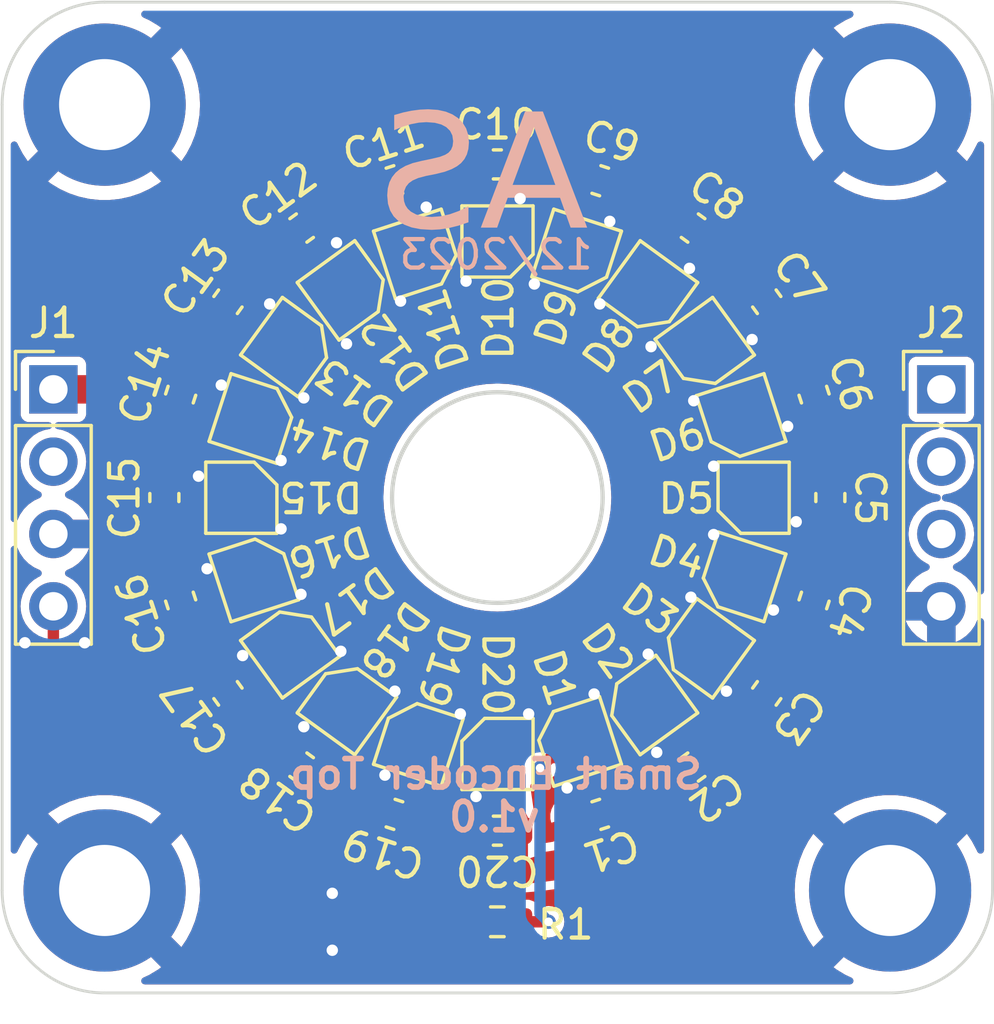
<source format=kicad_pcb>
(kicad_pcb (version 20221018) (generator pcbnew)
  (layers (0 "F.Cu" signal) (31 "B.Cu" signal) (34 "B.Paste" user) (35 "F.Paste" user) (36 "B.SilkS" user "B.Silkscreen") (37 "F.SilkS" user "F.Silkscreen") (38 "B.Mask" user) (39 "F.Mask" user) (44 "Edge.Cuts" user))
  (net 0 "")
  (net 1 "GND")
  (net 2 "ENCODER_BTN")
  (net 3 "ENCODER_A")
  (net 4 "ENCODER_B")
  (net 5 "Net-(D1-DIN)")
  (net 6 "Net-(D1-DOUT)")
  (net 7 "Net-(D3-DOUT)")
  (net 8 "Net-(D4-DOUT)")
  (net 9 "Net-(D5-DOUT)")
  (net 10 "Net-(D6-DOUT)")
  (net 11 "Net-(D7-DOUT)")
  (net 12 "Net-(D8-DOUT)")
  (net 13 "Net-(D10-DIN)")
  (net 14 "Net-(D10-DOUT)")
  (net 15 "Net-(D11-DOUT)")
  (net 16 "IO3")
  (net 17 "Net-(D12-DOUT)")
  (net 18 "Net-(D13-DOUT)")
  (net 19 "+3V3")
  (net 20 "+5V")
  (net 21 "Net-(D14-DOUT)")
  (net 22 "Net-(D15-DOUT)")
  (net 23 "Net-(D16-DOUT)")
  (net 24 "Net-(D17-DOUT)")
  (net 25 "Net-(D18-DOUT)")
  (net 26 "Net-(D19-DOUT)")
  (net 28 "Net-(D2-DOUT)")
  (footprint "Capacitor_SMD:C_0603_1608Metric" (layer "F.Cu") (at 189.999999 74.3)
    (fp_text reference "C10" (at -0.0189 -1.4 180) (layer "F.SilkS"))
    (fp_text value "10V/100nF/X7R")
    (pad "1" smd roundrect (at -0.775 0) (size 0.9 0.95) (layers "F.Cu" "F.Paste" "F.Mask") (net 20 "+5V"))
    (pad "2" smd roundrect (at 0.775 0) (size 0.9 0.95) (layers "F.Cu" "F.Paste" "F.Mask") (net 1 "GND"))
  )
  (footprint "Capacitor_SMD:C_0603_1608Metric" (layer "F.Cu") (at 180.5345 92.877088 126)
    (fp_text reference "C17" (at 0.001093 -1.401525 126 unlocked) (layer "F.SilkS"))
    (fp_text value "10V/100nF/X7R")
    (pad "1" smd roundrect (at -0.775 0 126) (size 0.9 0.95) (layers "F.Cu" "F.Paste" "F.Mask") (net 20 "+5V"))
    (pad "2" smd roundrect (at 0.775 0 126) (size 0.9 0.95) (layers "F.Cu" "F.Paste" "F.Mask") (net 1 "GND"))
  )
  (footprint "Capacitor_SMD:C_0603_1608Metric" (layer "F.Cu") (at 180.5345 79.12291 54)
    (fp_text reference "C13" (at -0.001094 -1.401524 234) (layer "F.SilkS"))
    (fp_text value "10V/100nF/X7R")
    (pad "1" smd roundrect (at -0.775 0 54) (size 0.9 0.95) (layers "F.Cu" "F.Paste" "F.Mask") (net 20 "+5V"))
    (pad "2" smd roundrect (at 0.775 0 54) (size 0.9 0.95) (layers "F.Cu" "F.Paste" "F.Mask") (net 1 "GND"))
  )
  (footprint "SmartEncoder:SK6805-EC15" (layer "F.Cu") (at 187.223272 77.446577 -162)
    (fp_text reference "D11" (at -0.013865 -2.794479 108 unlocked) (layer "F.SilkS"))
    (fp_text value "SK6805")
    (pad "1" smd rect (at -0.45 0.45 198) (size 0.6 0.6) (layers "F.Cu" "F.Paste" "F.Mask") (net 14 "Net-(D10-DOUT)"))
    (pad "2" smd rect (at 0.45 0.45 198) (size 0.6 0.6) (layers "F.Cu" "F.Paste" "F.Mask") (net 20 "+5V"))
    (pad "3" smd rect (at 0.45 -0.45 198) (size 0.6 0.6) (layers "F.Cu" "F.Paste" "F.Mask") (net 15 "Net-(D11-DOUT)"))
    (pad "4" smd rect (at -0.45 -0.45 198) (size 0.6 0.6) (layers "F.Cu" "F.Paste" "F.Mask") (net 1 "GND"))
  )
  (footprint "Capacitor_SMD:C_0603_1608Metric" (layer "F.Cu") (at 193.615499 74.872639 -18)
    (fp_text reference "C9" (at -0.058487 -1.424275 162) (layer "F.SilkS"))
    (fp_text value "10V/100nF/X7R")
    (pad "1" smd roundrect (at -0.775 0 342) (size 0.9 0.95) (layers "F.Cu" "F.Paste" "F.Mask") (net 20 "+5V"))
    (pad "2" smd roundrect (at 0.775 0 342) (size 0.9 0.95) (layers "F.Cu" "F.Paste" "F.Mask") (net 1 "GND"))
  )
  (footprint "SmartEncoder:SK6805-EC15" (layer "F.Cu") (at 197.285577 91.296153 54)
    (fp_text reference "D3" (at -0.036969 -2.363776 144) (layer "F.SilkS"))
    (fp_text value "SK6805")
    (pad "1" smd rect (at -0.45 0.45 54) (size 0.6 0.6) (layers "F.Cu" "F.Paste" "F.Mask") (net 28 "Net-(D2-DOUT)"))
    (pad "2" smd rect (at 0.45 0.45 54) (size 0.6 0.6) (layers "F.Cu" "F.Paste" "F.Mask") (net 20 "+5V"))
    (pad "3" smd rect (at 0.45 -0.45 54) (size 0.6 0.6) (layers "F.Cu" "F.Paste" "F.Mask") (net 7 "Net-(D3-DOUT)"))
    (pad "4" smd rect (at -0.45 -0.45 54) (size 0.6 0.6) (layers "F.Cu" "F.Paste" "F.Mask") (net 1 "GND"))
  )
  (footprint "Resistor_SMD:R_0603_1608Metric" (layer "F.Cu") (at 190 100.9)
    (fp_text reference "R1" (at 2.4 0.1) (layer "F.SilkS"))
    (fp_text value "330R")
    (pad "1" smd roundrect (at -0.825 0) (size 0.8 0.95) (layers "F.Cu" "F.Paste" "F.Mask") (net 16 "IO3"))
    (pad "2" smd roundrect (at 0.825 0) (size 0.8 0.95) (layers "F.Cu" "F.Paste" "F.Mask") (net 5 "Net-(D1-DIN)"))
  )
  (footprint "Capacitor_SMD:C_0603_1608Metric" (layer "F.Cu") (at 199.465498 92.877087 -126)
    (fp_text reference "C3" (at -0.001093 -1.401528 -126 unlocked) (layer "F.SilkS"))
    (fp_text value "10V/100nF/X7R")
    (pad "1" smd roundrect (at -0.775 0 234) (size 0.9 0.95) (layers "F.Cu" "F.Paste" "F.Mask") (net 20 "+5V"))
    (pad "2" smd roundrect (at 0.775 0 234) (size 0.9 0.95) (layers "F.Cu" "F.Paste" "F.Mask") (net 1 "GND"))
  )
  (footprint "Capacitor_SMD:C_0603_1608Metric" (layer "F.Cu") (at 199.465499 79.122913 -54)
    (fp_text reference "C7" (at 0.001092 -1.401527 -54) (layer "F.SilkS"))
    (fp_text value "10V/100nF/X7R")
    (pad "1" smd roundrect (at -0.775 0 306) (size 0.9 0.95) (layers "F.Cu" "F.Paste" "F.Mask") (net 20 "+5V"))
    (pad "2" smd roundrect (at 0.775 0 306) (size 0.9 0.95) (layers "F.Cu" "F.Paste" "F.Mask") (net 1 "GND"))
  )
  (footprint "SmartEncoder:SK6805-EC15" (layer "F.Cu") (at 181.444916 83.224933 -108)
    (fp_text reference "D14" (at 0.011772 -2.795546 162 unlocked) (layer "F.SilkS"))
    (fp_text value "SK6805")
    (pad "1" smd rect (at -0.45 0.45 252) (size 0.6 0.6) (layers "F.Cu" "F.Paste" "F.Mask") (net 18 "Net-(D13-DOUT)"))
    (pad "2" smd rect (at 0.45 0.45 252) (size 0.6 0.6) (layers "F.Cu" "F.Paste" "F.Mask") (net 20 "+5V"))
    (pad "3" smd rect (at 0.45 -0.45 252) (size 0.6 0.6) (layers "F.Cu" "F.Paste" "F.Mask") (net 21 "Net-(D14-DOUT)"))
    (pad "4" smd rect (at -0.45 -0.45 252) (size 0.6 0.6) (layers "F.Cu" "F.Paste" "F.Mask") (net 1 "GND"))
  )
  (footprint "SmartEncoder:SK6805-EC15" (layer "F.Cu") (at 187.223272 94.565595 -18)
    (fp_text reference "D19" (at 0.010104 -2.806055 -108 unlocked) (layer "F.SilkS"))
    (fp_text value "SK6805")
    (pad "1" smd rect (at -0.45 0.45 342) (size 0.6 0.6) (layers "F.Cu" "F.Paste" "F.Mask") (net 25 "Net-(D18-DOUT)"))
    (pad "2" smd rect (at 0.45 0.45 342) (size 0.6 0.6) (layers "F.Cu" "F.Paste" "F.Mask") (net 20 "+5V"))
    (pad "3" smd rect (at 0.45 -0.45 342) (size 0.6 0.6) (layers "F.Cu" "F.Paste" "F.Mask") (net 26 "Net-(D19-DOUT)"))
    (pad "4" smd rect (at -0.45 -0.45 342) (size 0.6 0.6) (layers "F.Cu" "F.Paste" "F.Mask") (net 1 "GND"))
  )
  (footprint "Connector_PinHeader_2.54mm:PinHeader_1x04_P2.54mm_Vertical" (layer "F.Cu") (at 205.6 82.2)
    (fp_text reference "J2" (at 0 -2.33) (layer "F.SilkS"))
    (fp_text value "DNP")
    (pad "1" thru_hole rect (at 0 0) (size 1.7 1.7) (drill 1) (layers "*.Cu" "*.Mask") (net 2 "ENCODER_BTN"))
    (pad "2" thru_hole oval (at 0 2.54) (size 1.7 1.7) (drill 1) (layers "*.Cu" "*.Mask") (net 3 "ENCODER_A"))
    (pad "3" thru_hole oval (at 0 5.08) (size 1.7 1.7) (drill 1) (layers "*.Cu" "*.Mask") (net 4 "ENCODER_B"))
    (pad "4" thru_hole oval (at 0 7.62) (size 1.7 1.7) (drill 1) (layers "*.Cu" "*.Mask") (net 1 "GND"))
  )
  (footprint "Capacitor_SMD:C_0603_1608Metric" (layer "F.Cu") (at 196.877087 95.4655 -144)
    (fp_text reference "C2" (at -0.057687 -1.320624 -144 unlocked) (layer "F.SilkS"))
    (fp_text value "10V/100nF/X7R")
    (pad "1" smd roundrect (at -0.775 0 216) (size 0.9 0.95) (layers "F.Cu" "F.Paste" "F.Mask") (net 20 "+5V"))
    (pad "2" smd roundrect (at 0.775 0 216) (size 0.9 0.95) (layers "F.Cu" "F.Paste" "F.Mask") (net 1 "GND"))
  )
  (footprint "Capacitor_SMD:C_0603_1608Metric" (layer "F.Cu") (at 178.3 86.000002 90)
    (fp_text reference "C15" (at -0.0189 -1.4 90) (layer "F.SilkS"))
    (fp_text value "10V/100nF/X7R")
    (pad "1" smd roundrect (at -0.775 0 90) (size 0.9 0.95) (layers "F.Cu" "F.Paste" "F.Mask") (net 20 "+5V"))
    (pad "2" smd roundrect (at 0.775 0 90) (size 0.9 0.95) (layers "F.Cu" "F.Paste" "F.Mask") (net 1 "GND"))
  )
  (footprint "SmartEncoder:SK6805-EC15" (layer "F.Cu") (at 192.785578 94.565594 18)
    (fp_text reference "D1" (at -0.036968 -2.363776 108) (layer "F.SilkS"))
    (fp_text value "SK6805")
    (pad "1" smd rect (at -0.45 0.45 18) (size 0.6 0.6) (layers "F.Cu" "F.Paste" "F.Mask") (net 5 "Net-(D1-DIN)"))
    (pad "2" smd rect (at 0.45 0.45 18) (size 0.6 0.6) (layers "F.Cu" "F.Paste" "F.Mask") (net 20 "+5V"))
    (pad "3" smd rect (at 0.45 -0.45 18) (size 0.6 0.6) (layers "F.Cu" "F.Paste" "F.Mask") (net 6 "Net-(D1-DOUT)"))
    (pad "4" smd rect (at -0.45 -0.45 18) (size 0.6 0.6) (layers "F.Cu" "F.Paste" "F.Mask") (net 1 "GND"))
  )
  (footprint "MountingHole:MountingHole_3.2mm_M3_ISO7380_Pad" (layer "F.Cu") (at 203.8 72.2)
    (fp_text reference "H2" hide)
    (fp_text value "DNP")
    (pad "1" thru_hole circle (at 0 0) (size 5.7 5.7) (drill 3.2) (layers "*.Cu" "*.Mask") (net 1 "GND"))
  )
  (footprint "Capacitor_SMD:C_0603_1608Metric" (layer "F.Cu") (at 190.000001 97.7 180)
    (fp_text reference "C20" (at 0.000001 -1.4 180 unlocked) (layer "F.SilkS"))
    (fp_text value "10V/100nF/X7R")
    (pad "1" smd roundrect (at -0.775 0 180) (size 0.9 0.95) (layers "F.Cu" "F.Paste" "F.Mask") (net 20 "+5V"))
    (pad "2" smd roundrect (at 0.775 0 180) (size 0.9 0.95) (layers "F.Cu" "F.Paste" "F.Mask") (net 1 "GND"))
  )
  (footprint "Capacitor_SMD:C_0603_1608Metric" (layer "F.Cu") (at 186.384502 97.127361 162)
    (fp_text reference "C19" (at -0.058486 -1.424275 162 unlocked) (layer "F.SilkS"))
    (fp_text value "10V/100nF/X7R")
    (pad "1" smd roundrect (at -0.775 0 162) (size 0.9 0.95) (layers "F.Cu" "F.Paste" "F.Mask") (net 20 "+5V"))
    (pad "2" smd roundrect (at 0.775 0 162) (size 0.9 0.95) (layers "F.Cu" "F.Paste" "F.Mask") (net 1 "GND"))
  )
  (footprint "SmartEncoder:SK6805-EC15" (layer "F.Cu") (at 199.004425 86.006085 90)
    (fp_text reference "D5" (at -0.036968 -2.363777) (layer "F.SilkS"))
    (fp_text value "SK6805")
    (pad "1" smd rect (at -0.45 0.45 90) (size 0.6 0.6) (layers "F.Cu" "F.Paste" "F.Mask") (net 8 "Net-(D4-DOUT)"))
    (pad "2" smd rect (at 0.45 0.45 90) (size 0.6 0.6) (layers "F.Cu" "F.Paste" "F.Mask") (net 20 "+5V"))
    (pad "3" smd rect (at 0.45 -0.45 90) (size 0.6 0.6) (layers "F.Cu" "F.Paste" "F.Mask") (net 9 "Net-(D5-DOUT)"))
    (pad "4" smd rect (at -0.45 -0.45 90) (size 0.6 0.6) (layers "F.Cu" "F.Paste" "F.Mask") (net 1 "GND"))
  )
  (footprint "SmartEncoder:SK6805-EC15" (layer "F.Cu") (at 181.444915 88.787239 -72)
    (fp_text reference "D16" (at -0.023348 -2.799308 -162 unlocked) (layer "F.SilkS"))
    (fp_text value "SK6805")
    (pad "1" smd rect (at -0.45 0.45 288) (size 0.6 0.6) (layers "F.Cu" "F.Paste" "F.Mask") (net 22 "Net-(D15-DOUT)"))
    (pad "2" smd rect (at 0.45 0.45 288) (size 0.6 0.6) (layers "F.Cu" "F.Paste" "F.Mask") (net 20 "+5V"))
    (pad "3" smd rect (at 0.45 -0.45 288) (size 0.6 0.6) (layers "F.Cu" "F.Paste" "F.Mask") (net 23 "Net-(D16-DOUT)"))
    (pad "4" smd rect (at -0.45 -0.45 288) (size 0.6 0.6) (layers "F.Cu" "F.Paste" "F.Mask") (net 1 "GND"))
  )
  (footprint "Capacitor_SMD:C_0603_1608Metric" (layer "F.Cu") (at 193.615499 97.127362 -162)
    (fp_text reference "C1" (at 0.027585 -1.329168 -162 unlocked) (layer "F.SilkS"))
    (fp_text value "10V/100nF/X7R")
    (pad "1" smd roundrect (at -0.775 0 198) (size 0.9 0.95) (layers "F.Cu" "F.Paste" "F.Mask") (net 20 "+5V"))
    (pad "2" smd roundrect (at 0.775 0 198) (size 0.9 0.95) (layers "F.Cu" "F.Paste" "F.Mask") (net 1 "GND"))
  )
  (footprint "SmartEncoder:SK6805-EC15" (layer "F.Cu") (at 182.723271 80.71602 -126)
    (fp_text reference "D13" (at -0.056761 -2.772953 144 unlocked) (layer "F.SilkS"))
    (fp_text value "SK6805")
    (pad "1" smd rect (at -0.45 0.45 234) (size 0.6 0.6) (layers "F.Cu" "F.Paste" "F.Mask") (net 17 "Net-(D12-DOUT)"))
    (pad "2" smd rect (at 0.45 0.45 234) (size 0.6 0.6) (layers "F.Cu" "F.Paste" "F.Mask") (net 20 "+5V"))
    (pad "3" smd rect (at 0.45 -0.45 234) (size 0.6 0.6) (layers "F.Cu" "F.Paste" "F.Mask") (net 18 "Net-(D13-DOUT)"))
    (pad "4" smd rect (at -0.45 -0.45 234) (size 0.6 0.6) (layers "F.Cu" "F.Paste" "F.Mask") (net 1 "GND"))
  )
  (footprint "SmartEncoder:SK6805-EC15" (layer "F.Cu") (at 195.294491 93.287241 36)
    (fp_text reference "D2" (at -0.036969 -2.363775 126) (layer "F.SilkS"))
    (fp_text value "SK6805")
    (pad "1" smd rect (at -0.45 0.45 36) (size 0.6 0.6) (layers "F.Cu" "F.Paste" "F.Mask") (net 6 "Net-(D1-DOUT)"))
    (pad "2" smd rect (at 0.45 0.45 36) (size 0.6 0.6) (layers "F.Cu" "F.Paste" "F.Mask") (net 20 "+5V"))
    (pad "3" smd rect (at 0.45 -0.45 36) (size 0.6 0.6) (layers "F.Cu" "F.Paste" "F.Mask") (net 28 "Net-(D2-DOUT)"))
    (pad "4" smd rect (at -0.45 -0.45 36) (size 0.6 0.6) (layers "F.Cu" "F.Paste" "F.Mask") (net 1 "GND"))
  )
  (footprint "SmartEncoder:SK6805-EC15" (layer "F.Cu") (at 192.785579 77.446578 162)
    (fp_text reference "D9" (at -0.036968 -2.363777 72 unlocked) (layer "F.SilkS"))
    (fp_text value "SK6805")
    (pad "1" smd rect (at -0.45 0.45 162) (size 0.6 0.6) (layers "F.Cu" "F.Paste" "F.Mask") (net 12 "Net-(D8-DOUT)"))
    (pad "2" smd rect (at 0.45 0.45 162) (size 0.6 0.6) (layers "F.Cu" "F.Paste" "F.Mask") (net 20 "+5V"))
    (pad "3" smd rect (at 0.45 -0.45 162) (size 0.6 0.6) (layers "F.Cu" "F.Paste" "F.Mask") (net 13 "Net-(D10-DIN)"))
    (pad "4" smd rect (at -0.45 -0.45 162) (size 0.6 0.6) (layers "F.Cu" "F.Paste" "F.Mask") (net 1 "GND"))
  )
  (footprint "Capacitor_SMD:C_0603_1608Metric" (layer "F.Cu") (at 201.127361 82.3845 -72)
    (fp_text reference "C6" (at 0.027586 -1.329169 108) (layer "F.SilkS"))
    (fp_text value "10V/100nF/X7R")
    (pad "1" smd roundrect (at -0.775 0 288) (size 0.9 0.95) (layers "F.Cu" "F.Paste" "F.Mask") (net 20 "+5V"))
    (pad "2" smd roundrect (at 0.775 0 288) (size 0.9 0.95) (layers "F.Cu" "F.Paste" "F.Mask") (net 1 "GND"))
  )
  (footprint "SmartEncoder:SK6805-EC15" (layer "F.Cu") (at 184.714358 93.287239 -36)
    (fp_text reference "D18" (at 0.019308 -2.841211 -126 unlocked) (layer "F.SilkS"))
    (fp_text value "SK6805")
    (pad "1" smd rect (at -0.45 0.45 324) (size 0.6 0.6) (layers "F.Cu" "F.Paste" "F.Mask") (net 24 "Net-(D17-DOUT)"))
    (pad "2" smd rect (at 0.45 0.45 324) (size 0.6 0.6) (layers "F.Cu" "F.Paste" "F.Mask") (net 20 "+5V"))
    (pad "3" smd rect (at 0.45 -0.45 324) (size 0.6 0.6) (layers "F.Cu" "F.Paste" "F.Mask") (net 25 "Net-(D18-DOUT)"))
    (pad "4" smd rect (at -0.45 -0.45 324) (size 0.6 0.6) (layers "F.Cu" "F.Paste" "F.Mask") (net 1 "GND"))
  )
  (footprint "SmartEncoder:SK6805-EC15" (layer "F.Cu") (at 182.723271 91.296155 -54)
    (fp_text reference "D17" (at -0.03399 -2.838887 -144 unlocked) (layer "F.SilkS"))
    (fp_text value "SK6805")
    (pad "1" smd rect (at -0.45 0.45 306) (size 0.6 0.6) (layers "F.Cu" "F.Paste" "F.Mask") (net 23 "Net-(D16-DOUT)"))
    (pad "2" smd rect (at 0.45 0.45 306) (size 0.6 0.6) (layers "F.Cu" "F.Paste" "F.Mask") (net 20 "+5V"))
    (pad "3" smd rect (at 0.45 -0.45 306) (size 0.6 0.6) (layers "F.Cu" "F.Paste" "F.Mask") (net 24 "Net-(D17-DOUT)"))
    (pad "4" smd rect (at -0.45 -0.45 306) (size 0.6 0.6) (layers "F.Cu" "F.Paste" "F.Mask") (net 1 "GND"))
  )
  (footprint "SmartEncoder:SK6805-EC15" (layer "F.Cu") (at 184.714357 78.724933 -144)
    (fp_text reference "D12" (at -0.085242 -2.750462 126 unlocked) (layer "F.SilkS"))
    (fp_text value "SK6805")
    (pad "1" smd rect (at -0.45 0.45 216) (size 0.6 0.6) (layers "F.Cu" "F.Paste" "F.Mask") (net 15 "Net-(D11-DOUT)"))
    (pad "2" smd rect (at 0.45 0.45 216) (size 0.6 0.6) (layers "F.Cu" "F.Paste" "F.Mask") (net 20 "+5V"))
    (pad "3" smd rect (at 0.45 -0.45 216) (size 0.6 0.6) (layers "F.Cu" "F.Paste" "F.Mask") (net 17 "Net-(D12-DOUT)"))
    (pad "4" smd rect (at -0.45 -0.45 216) (size 0.6 0.6) (layers "F.Cu" "F.Paste" "F.Mask") (net 1 "GND"))
  )
  (footprint "SmartEncoder:SK6805-EC15" (layer "F.Cu") (at 190.004422 77.006086 180)
    (fp_text reference "D10" (at -0.036968 -2.693914 90) (layer "F.SilkS"))
    (fp_text value "SK6805")
    (pad "1" smd rect (at -0.45 0.45 180) (size 0.6 0.6) (layers "F.Cu" "F.Paste" "F.Mask") (net 13 "Net-(D10-DIN)"))
    (pad "2" smd rect (at 0.45 0.45 180) (size 0.6 0.6) (layers "F.Cu" "F.Paste" "F.Mask") (net 20 "+5V"))
    (pad "3" smd rect (at 0.45 -0.45 180) (size 0.6 0.6) (layers "F.Cu" "F.Paste" "F.Mask") (net 14 "Net-(D10-DOUT)"))
    (pad "4" smd rect (at -0.45 -0.45 180) (size 0.6 0.6) (layers "F.Cu" "F.Paste" "F.Mask") (net 1 "GND"))
  )
  (footprint "Connector_PinHeader_2.54mm:PinHeader_1x04_P2.54mm_Vertical" (layer "F.Cu") (at 174.4 82.2)
    (fp_text reference "J1" (at 0 -2.33) (layer "F.SilkS"))
    (fp_text value "DNP")
    (pad "1" thru_hole rect (at 0 0) (size 1.7 1.7) (drill 1) (layers "*.Cu" "*.Mask") (net 20 "+5V"))
    (pad "2" thru_hole oval (at 0 2.54) (size 1.7 1.7) (drill 1) (layers "*.Cu" "*.Mask") (net 19 "+3V3"))
    (pad "3" thru_hole oval (at 0 5.08) (size 1.7 1.7) (drill 1) (layers "*.Cu" "*.Mask") (net 1 "GND"))
    (pad "4" thru_hole oval (at 0 7.62) (size 1.7 1.7) (drill 1) (layers "*.Cu" "*.Mask") (net 16 "IO3"))
  )
  (footprint "SmartEncoder:SK6805-EC15" (layer "F.Cu") (at 198.563935 83.224934 108)
    (fp_text reference "D6" (at -0.036968 -2.363776 18) (layer "F.SilkS"))
    (fp_text value "SK6805")
    (pad "1" smd rect (at -0.45 0.45 108) (size 0.6 0.6) (layers "F.Cu" "F.Paste" "F.Mask") (net 9 "Net-(D5-DOUT)"))
    (pad "2" smd rect (at 0.45 0.45 108) (size 0.6 0.6) (layers "F.Cu" "F.Paste" "F.Mask") (net 20 "+5V"))
    (pad "3" smd rect (at 0.45 -0.45 108) (size 0.6 0.6) (layers "F.Cu" "F.Paste" "F.Mask") (net 10 "Net-(D6-DOUT)"))
    (pad "4" smd rect (at -0.45 -0.45 108) (size 0.6 0.6) (layers "F.Cu" "F.Paste" "F.Mask") (net 1 "GND"))
  )
  (footprint "MountingHole:MountingHole_3.2mm_M3_ISO7380_Pad" (layer "F.Cu") (at 176.2 72.2)
    (fp_text reference "H1" hide)
    (fp_text value "DNP")
    (pad "1" thru_hole circle (at 0 0) (size 5.7 5.7) (drill 3.2) (layers "*.Cu" "*.Mask") (net 1 "GND"))
  )
  (footprint "SmartEncoder:SK6805-EC15" (layer "F.Cu") (at 197.285578 80.716018 126)
    (fp_text reference "D7" (at -0.036968 -2.363776 36) (layer "F.SilkS"))
    (fp_text value "SK6805")
    (pad "1" smd rect (at -0.45 0.45 126) (size 0.6 0.6) (layers "F.Cu" "F.Paste" "F.Mask") (net 10 "Net-(D6-DOUT)"))
    (pad "2" smd rect (at 0.45 0.45 126) (size 0.6 0.6) (layers "F.Cu" "F.Paste" "F.Mask") (net 20 "+5V"))
    (pad "3" smd rect (at 0.45 -0.45 126) (size 0.6 0.6) (layers "F.Cu" "F.Paste" "F.Mask") (net 11 "Net-(D7-DOUT)"))
    (pad "4" smd rect (at -0.45 -0.45 126) (size 0.6 0.6) (layers "F.Cu" "F.Paste" "F.Mask") (net 1 "GND"))
  )
  (footprint "Capacitor_SMD:C_0603_1608Metric" (layer "F.Cu") (at 186.384501 74.872638 18)
    (fp_text reference "C11" (at 0.027585 -1.329168 198) (layer "F.SilkS"))
    (fp_text value "10V/100nF/X7R")
    (pad "1" smd roundrect (at -0.775 0 18) (size 0.9 0.95) (layers "F.Cu" "F.Paste" "F.Mask") (net 20 "+5V"))
    (pad "2" smd roundrect (at 0.775 0 18) (size 0.9 0.95) (layers "F.Cu" "F.Paste" "F.Mask") (net 1 "GND"))
  )
  (footprint "Capacitor_SMD:C_0603_1608Metric" (layer "F.Cu") (at 201.7 86 -90)
    (fp_text reference "C5" (at 0 -1.4 -90 unlocked) (layer "F.SilkS"))
    (fp_text value "10V/100nF/X7R")
    (pad "1" smd roundrect (at -0.775 0 270) (size 0.9 0.95) (layers "F.Cu" "F.Paste" "F.Mask") (net 20 "+5V"))
    (pad "2" smd roundrect (at 0.775 0 270) (size 0.9 0.95) (layers "F.Cu" "F.Paste" "F.Mask") (net 1 "GND"))
  )
  (footprint "Capacitor_SMD:C_0603_1608Metric" (layer "F.Cu") (at 178.872637 89.615497 108)
    (fp_text reference "C16" (at -0.036622 -1.455175 108 unlocked) (layer "F.SilkS"))
    (fp_text value "10V/100nF/X7R")
    (pad "1" smd roundrect (at -0.775 0 108) (size 0.9 0.95) (layers "F.Cu" "F.Paste" "F.Mask") (net 20 "+5V"))
    (pad "2" smd roundrect (at 0.775 0 108) (size 0.9 0.95) (layers "F.Cu" "F.Paste" "F.Mask") (net 1 "GND"))
  )
  (footprint "SmartEncoder:SK6805-EC15" (layer "F.Cu") (at 198.563934 88.787238 72)
    (fp_text reference "D4" (at -0.036969 -2.363776 162) (layer "F.SilkS"))
    (fp_text value "SK6805")
    (pad "1" smd rect (at -0.45 0.45 72) (size 0.6 0.6) (layers "F.Cu" "F.Paste" "F.Mask") (net 7 "Net-(D3-DOUT)"))
    (pad "2" smd rect (at 0.45 0.45 72) (size 0.6 0.6) (layers "F.Cu" "F.Paste" "F.Mask") (net 20 "+5V"))
    (pad "3" smd rect (at 0.45 -0.45 72) (size 0.6 0.6) (layers "F.Cu" "F.Paste" "F.Mask") (net 8 "Net-(D4-DOUT)"))
    (pad "4" smd rect (at -0.45 -0.45 72) (size 0.6 0.6) (layers "F.Cu" "F.Paste" "F.Mask") (net 1 "GND"))
  )
  (footprint "SmartEncoder:SK6805-EC15" (layer "F.Cu") (at 190.004426 95.006085)
    (fp_text reference "D20" (at -0.004426 -2.806085 -90 unlocked) (layer "F.SilkS"))
    (fp_text value "SK6805")
    (pad "1" smd rect (at -0.45 0.45) (size 0.6 0.6) (layers "F.Cu" "F.Paste" "F.Mask") (net 26 "Net-(D19-DOUT)"))
    (pad "2" smd rect (at 0.45 0.45) (size 0.6 0.6) (layers "F.Cu" "F.Paste" "F.Mask") (net 20 "+5V"))
    (pad "3" smd rect (at 0.45 -0.45) (size 0.6 0.6) (layers "F.Cu" "F.Paste" "F.Mask"))
    (pad "4" smd rect (at -0.45 -0.45) (size 0.6 0.6) (layers "F.Cu" "F.Paste" "F.Mask") (net 1 "GND"))
  )
  (footprint "MountingHole:MountingHole_3.2mm_M3_ISO7380_Pad" (layer "F.Cu") (at 176.2 99.8)
    (fp_text reference "H3" hide)
    (fp_text value "DNP")
    (pad "1" thru_hole circle (at 0 0) (size 5.7 5.7) (drill 3.2) (layers "*.Cu" "*.Mask") (net 1 "GND"))
  )
  (footprint "Capacitor_SMD:C_0603_1608Metric" (layer "F.Cu") (at 183.122913 95.465498 144)
    (fp_text reference "C18" (at -0.001093 -1.401528 144 unlocked) (layer "F.SilkS"))
    (fp_text value "10V/100nF/X7R")
    (pad "1" smd roundrect (at -0.775 0 144) (size 0.9 0.95) (layers "F.Cu" "F.Paste" "F.Mask") (net 20 "+5V"))
    (pad "2" smd roundrect (at 0.775 0 144) (size 0.9 0.95) (layers "F.Cu" "F.Paste" "F.Mask") (net 1 "GND"))
  )
  (footprint "MountingHole:MountingHole_3.2mm_M3_ISO7380_Pad" (layer "F.Cu") (at 203.8 99.8)
    (fp_text reference "H4" hide)
    (fp_text value "DNP")
    (pad "1" thru_hole circle (at 0 0) (size 5.7 5.7) (drill 3.2) (layers "*.Cu" "*.Mask") (net 1 "GND"))
  )
  (footprint "SmartEncoder:SK6805-EC15" (layer "F.Cu") (at 181.004425 86.006085 -90)
    (fp_text reference "D15" (at -0.036967 -2.795575 -180 unlocked) (layer "F.SilkS"))
    (fp_text value "SK6805")
    (pad "1" smd rect (at -0.45 0.45 270) (size 0.6 0.6) (layers "F.Cu" "F.Paste" "F.Mask") (net 21 "Net-(D14-DOUT)"))
    (pad "2" smd rect (at 0.45 0.45 270) (size 0.6 0.6) (layers "F.Cu" "F.Paste" "F.Mask") (net 20 "+5V"))
    (pad "3" smd rect (at 0.45 -0.45 270) (size 0.6 0.6) (layers "F.Cu" "F.Paste" "F.Mask") (net 22 "Net-(D15-DOUT)"))
    (pad "4" smd rect (at -0.45 -0.45 270) (size 0.6 0.6) (layers "F.Cu" "F.Paste" "F.Mask") (net 1 "GND"))
  )
  (footprint "Capacitor_SMD:C_0603_1608Metric" (layer "F.Cu") (at 183.122911 76.5345 36)
    (fp_text reference "C12" (at 0.001093 -1.401525 216) (layer "F.SilkS"))
    (fp_text value "10V/100nF/X7R")
    (pad "1" smd roundrect (at -0.775 0 36) (size 0.9 0.95) (layers "F.Cu" "F.Paste" "F.Mask") (net 20 "+5V"))
    (pad "2" smd roundrect (at 0.775 0 36) (size 0.9 0.95) (layers "F.Cu" "F.Paste" "F.Mask") (net 1 "GND"))
  )
  (footprint "Capacitor_SMD:C_0603_1608Metric" (layer "F.Cu") (at 178.872639 82.384503 72)
    (fp_text reference "C14" (at -0.027583 -1.32917 252) (layer "F.SilkS"))
    (fp_text value "10V/100nF/X7R")
    (pad "1" smd roundrect (at -0.775 0 72) (size 0.9 0.95) (layers "F.Cu" "F.Paste" "F.Mask") (net 20 "+5V"))
    (pad "2" smd roundrect (at 0.775 0 72) (size 0.9 0.95) (layers "F.Cu" "F.Paste" "F.Mask") (net 1 "GND"))
  )
  (footprint "SmartEncoder:SK6805-EC15" (layer "F.Cu") (at 195.294491 78.724935 144)
    (fp_text reference "D8" (at -0.036968 -2.363777 54 unlocked) (layer "F.SilkS"))
    (fp_text value "SK6805")
    (pad "1" smd rect (at -0.45 0.45 144) (size 0.6 0.6) (layers "F.Cu" "F.Paste" "F.Mask") (net 11 "Net-(D7-DOUT)"))
    (pad "2" smd rect (at 0.45 0.45 144) (size 0.6 0.6) (layers "F.Cu" "F.Paste" "F.Mask") (net 20 "+5V"))
    (pad "3" smd rect (at 0.45 -0.45 144) (size 0.6 0.6) (layers "F.Cu" "F.Paste" "F.Mask") (net 12 "Net-(D8-DOUT)"))
    (pad "4" smd rect (at -0.45 -0.45 144) (size 0.6 0.6) (layers "F.Cu" "F.Paste" "F.Mask") (net 1 "GND"))
  )
  (footprint "Capacitor_SMD:C_0603_1608Metric" (layer "F.Cu") (at 196.877087 76.534502 -36)
    (fp_text reference "C8" (at -0.001093 -1.401528 144) (layer "F.SilkS"))
    (fp_text value "10V/100nF/X7R")
    (pad "1" smd roundrect (at -0.775 0 324) (size 0.9 0.95) (layers "F.Cu" "F.Paste" "F.Mask") (net 20 "+5V"))
    (pad "2" smd roundrect (at 0.775 0 324) (size 0.9 0.95) (layers "F.Cu" "F.Paste" "F.Mask") (net 1 "GND"))
  )
  (footprint "Capacitor_SMD:C_0603_1608Metric" (layer "F.Cu") (at 201.127361 89.615499 -108)
    (fp_text reference "C4" (at -0.027585 -1.329169 -108 unlocked) (layer "F.SilkS"))
    (fp_text value "10V/100nF/X7R")
    (pad "1" smd roundrect (at -0.775 0 252) (size 0.9 0.95) (layers "F.Cu" "F.Paste" "F.Mask") (net 20 "+5V"))
    (pad "2" smd roundrect (at 0.775 0 252) (size 0.9 0.95) (layers "F.Cu" "F.Paste" "F.Mask") (net 1 "GND"))
  )
  (gr_circle (center 190 86) (end 193.7 86) (stroke (width 0.15)) (fill none) (layer "Edge.Cuts"))
  (gr_arc (start 176.2 103.4) (mid 173.654416 102.345584) (end 172.6 99.8) (stroke (width 0.1)) (layer "Edge.Cuts"))
  (gr_line (start 203.8 103.4) (end 176.2 103.4) (stroke (width 0.1)) (layer "Edge.Cuts"))
  (gr_arc (start 172.6 72.2) (mid 173.654416 69.654416) (end 176.2 68.6) (stroke (width 0.1)) (layer "Edge.Cuts"))
  (gr_line (start 207.4 72.2) (end 207.4 99.8) (stroke (width 0.1)) (layer "Edge.Cuts"))
  (gr_arc (start 203.8 68.6) (mid 206.345584 69.654416) (end 207.4 72.2) (stroke (width 0.1)) (layer "Edge.Cuts"))
  (gr_arc (start 207.4 99.8) (mid 206.345584 102.345584) (end 203.8 103.4) (stroke (width 0.1)) (layer "Edge.Cuts"))
  (gr_line (start 176.2 68.6) (end 203.8 68.6) (stroke (width 0.1)) (layer "Edge.Cuts"))
  (gr_line (start 172.6 99.8) (end 172.6 72.2) (stroke (width 0.1)) (layer "Edge.Cuts"))
  (gr_text "v1.0" (at 191.6 97.8) (layer "B.SilkS") (effects (font (size 1 1) (thickness 0.2) bold) (justify left bottom mirror)))
  (gr_text "12/2023" (at 193.435 78.0525) (layer "B.SilkS") (effects (font (size 1 1)) (justify left bottom mirror)))
  (gr_text "Smart Encoder Top" (at 197.3 96.3) (layer "B.SilkS") (effects (font (size 1 1) (thickness 0.2) bold) (justify left bottom mirror)))
  (gr_text "AS" (at 193.2 77.2) (layer "B.SilkS") (effects (font (size 4 4) (thickness 0.45)) (justify left bottom mirror)))
  (via (at 184.7 80.6) (size 0.8) (drill 0.4) (layers "F.Cu" "B.Cu") (net 1))
  (via (at 187.5 75.8) (size 0.8) (drill 0.4) (layers "F.Cu" "B.Cu") (net 1))
  (via (at 199.7 89.95) (size 0.8) (drill 0.4) (layers "F.Cu" "B.Cu") (net 1))
  (via (at 198.95 80.45) (size 0.8) (drill 0.4) (layers "F.Cu" "B.Cu") (net 1))
  (via (at 184.5 91.4) (size 0.8) (drill 0.4) (layers "F.Cu" "B.Cu") (net 1))
  (via (at 183.2 82.5) (size 0.8) (drill 0.4) (layers "F.Cu" "B.Cu") (net 1))
  (via (at 200.5 86.85) (size 0.8) (drill 0.4) (layers "F.Cu" "B.Cu") (net 1))
  (via (at 182.4 84.7) (size 0.8) (drill 0.4) (layers "F.Cu" "B.Cu") (net 1))
  (via (at 182 79.2) (size 0.8) (drill 0.4) (layers "F.Cu" "B.Cu") (net 1))
  (via (at 195.6 94.95) (size 0.8) (drill 0.4) (layers "F.Cu" "B.Cu") (net 1))
  (via (at 193.4 92.9) (size 0.8) (drill 0.4) (layers "F.Cu" "B.Cu") (net 1))
  (via (at 184.2 101.9) (size 0.8) (drill 0.4) (layers "F.Cu" "B.Cu") (net 1))
  (via (at 193.95 76.3) (size 0.8) (drill 0.4) (layers "F.Cu" "B.Cu") (net 1))
  (via (at 193.6 79.2) (size 0.8) (drill 0.4) (layers "F.Cu" "B.Cu") (net 1))
  (via (at 188.9 78.4) (size 0.8) (drill 0.4) (layers "F.Cu" "B.Cu") (net 1))
  (via (at 173.4 91.1) (size 0.8) (drill 0.4) (layers "F.Cu" "B.Cu") (net 1))
  (via (at 186.05 95.75) (size 0.8) (drill 0.4) (layers "F.Cu" "B.Cu") (net 1))
  (via (at 188.7 93.6) (size 0.8) (drill 0.4) (layers "F.Cu" "B.Cu") (net 1))
  (via (at 181.05 91.55) (size 0.8) (drill 0.4) (layers "F.Cu" "B.Cu") (net 1))
  (via (at 189.25 96.5) (size 0.8) (drill 0.4) (layers "F.Cu" "B.Cu") (net 1))
  (via (at 196.8 89.5) (size 0.8) (drill 0.4) (layers "F.Cu" "B.Cu") (net 1))
  (via (at 196.75 77.95) (size 0.8) (drill 0.4) (layers "F.Cu" "B.Cu") (net 1))
  (via (at 186.4 92.8) (size 0.8) (drill 0.4) (layers "F.Cu" "B.Cu") (net 1))
  (via (at 196.9 82.6) (size 0.8) (drill 0.4) (layers "F.Cu" "B.Cu") (net 1))
  (via (at 186.6 79.1) (size 0.8) (drill 0.4) (layers "F.Cu" "B.Cu") (net 1))
  (via (at 183.1 89.4) (size 0.8) (drill 0.4) (layers "F.Cu" "B.Cu") (net 1))
  (via (at 197.6 84.9) (size 0.8) (drill 0.4) (layers "F.Cu" "B.Cu") (net 1))
  (via (at 183.2 94.05) (size 0.8) (drill 0.4) (layers "F.Cu" "B.Cu") (net 1))
  (via (at 200.2 83.5) (size 0.8) (drill 0.4) (layers "F.Cu" "B.Cu") (net 1))
  (via (at 195.4 80.7) (size 0.8) (drill 0.4) (layers "F.Cu" "B.Cu") (net 1))
  (via (at 182.4 87.1) (size 0.8) (drill 0.4) (layers "F.Cu" "B.Cu") (net 1))
  (via (at 198.05 92.8) (size 0.8) (drill 0.4) (layers "F.Cu" "B.Cu") (net 1))
  (via (at 195.3 91.5) (size 0.8) (drill 0.4) (layers "F.Cu" "B.Cu") (net 1))
  (via (at 184.35 77.05) (size 0.8) (drill 0.4) (layers "F.Cu" "B.Cu") (net 1))
  (via (at 179.8 88.5) (size 0.8) (drill 0.4) (layers "F.Cu" "B.Cu") (net 1))
  (via (at 175.5 91.1) (size 0.8) (drill 0.4) (layers "F.Cu" "B.Cu") (net 1))
  (via (at 192.45 96.2) (size 0.8) (drill 0.4) (layers "F.Cu" "B.Cu") (net 1))
  (via (at 180.3 82.05) (size 0.8) (drill 0.4) (layers "F.Cu" "B.Cu") (net 1))
  (via (at 191.3 78.5) (size 0.8) (drill 0.4) (layers "F.Cu" "B.Cu") (net 1))
  (via (at 184.2 99.9) (size 0.8) (drill 0.4) (layers "F.Cu" "B.Cu") (net 1))
  (via (at 197.6 87.3) (size 0.8) (drill 0.4) (layers "F.Cu" "B.Cu") (net 1))
  (via (at 179.5 85.25) (size 0.8) (drill 0.4) (layers "F.Cu" "B.Cu") (net 1))
  (via (at 190.8 75.5) (size 0.8) (drill 0.4) (layers "F.Cu" "B.Cu") (net 1))
  (via (at 191.1 93.6) (size 0.8) (drill 0.4) (layers "F.Cu" "B.Cu") (net 1))
  (segment (start 191.5 95.5) (end 191.867373 95.132627) (width 0.4) (layer "F.Cu") (net 5))
  (segment (start 191.867373 95.132627) (end 192.49666 95.132627) (width 0.4) (layer "F.Cu") (net 5))
  (segment (start 190.825 100.9) (end 191.8 100.9) (width 0.4) (layer "F.Cu") (net 5))
  (via (at 191.5 95.5) (size 0.5) (drill 0.3) (layers "F.Cu" "B.Cu") (net 5))
  (via (at 191.8 100.9) (size 0.5) (drill 0.3) (layers "F.Cu" "B.Cu") (net 5))
  (segment (start 191.8 100.9) (end 191.5 100.6) (width 0.4) (layer "B.Cu") (net 5))
  (segment (start 191.5 100.6) (end 191.5 95.5) (width 0.4) (layer "B.Cu") (net 5))
  (segment (start 195.112178 93.998561) (end 193.074496 93.998561) (width 0.3) (layer "F.Cu") (net 6))
  (segment (start 195.194937 93.915802) (end 195.112178 93.998561) (width 0.3) (layer "F.Cu") (net 6))
  (segment (start 198.049437 89.804178) (end 197.186023 90.667592) (width 0.3) (layer "F.Cu") (net 7))
  (segment (start 198.852852 89.354271) (end 198.402945 89.804178) (width 0.3) (layer "F.Cu") (net 7))
  (segment (start 198.402945 89.804178) (end 198.049437 89.804178) (width 0.3) (layer "F.Cu") (net 7))
  (segment (start 199.454425 86.456085) (end 199.454425 87.040796) (width 0.3) (layer "F.Cu") (net 8))
  (segment (start 199.454425 87.040796) (end 198.275016 88.220205) (width 0.3) (layer "F.Cu") (net 8))
  (segment (start 198.554425 85.156085) (end 198.554425 85.556085) (width 0.3) (layer "F.Cu") (net 9))
  (segment (start 199.130968 84.579542) (end 198.554425 85.156085) (width 0.3) (layer "F.Cu") (net 9))
  (segment (start 199.130968 83.513852) (end 199.130968 84.579542) (width 0.3) (layer "F.Cu") (net 9))
  (segment (start 197.996902 80.898335) (end 197.996902 82.936016) (width 0.3) (layer "F.Cu") (net 10))
  (segment (start 197.914139 80.815572) (end 197.996902 80.898335) (width 0.3) (layer "F.Cu") (net 10))
  (segment (start 195.923052 78.625381) (end 196.163086 78.865415) (width 0.3) (layer "F.Cu") (net 11))
  (segment (start 196.163086 78.865415) (end 196.163086 80.122533) (width 0.3) (layer "F.Cu") (net 11))
  (segment (start 196.163086 80.122533) (end 196.657017 80.616464) (width 0.3) (layer "F.Cu") (net 11))
  (segment (start 193.802519 77.961078) (end 194.66593 78.824489) (width 0.3) (layer "F.Cu") (net 12))
  (segment (start 193.802519 77.607567) (end 193.802519 77.961078) (width 0.3) (layer "F.Cu") (net 12))
  (segment (start 193.352612 77.15766) (end 193.802519 77.607567) (width 0.3) (layer "F.Cu") (net 12))
  (segment (start 190.454422 76.556086) (end 191.039136 76.556086) (width 0.3) (layer "F.Cu") (net 13))
  (segment (start 191.039136 76.556086) (end 192.218546 77.735496) (width 0.3) (layer "F.Cu") (net 13))
  (segment (start 189.154422 77.456086) (end 189.554422 77.456086) (width 0.3) (layer "F.Cu") (net 14))
  (segment (start 187.51219 76.879544) (end 188.57788 76.879544) (width 0.3) (layer "F.Cu") (net 14))
  (segment (start 188.57788 76.879544) (end 189.154422 77.456086) (width 0.3) (layer "F.Cu") (net 14))
  (segment (start 184.896673 78.01361) (end 186.934354 78.01361) (width 0.3) (layer "F.Cu") (net 15))
  (segment (start 184.813911 78.096372) (end 184.896673 78.01361) (width 0.3) (layer "F.Cu") (net 15))
  (segment (start 183.8 100.9) (end 189.175 100.9) (width 0.4) (layer "F.Cu") (net 16))
  (segment (start 174.4 89.82) (end 174.4 91.5) (width 0.4) (layer "F.Cu") (net 16))
  (segment (start 174.4 91.5) (end 183.8 100.9) (width 0.4) (layer "F.Cu") (net 16))
  (segment (start 182.863751 79.847425) (end 184.120872 79.847425) (width 0.3) (layer "F.Cu") (net 17))
  (segment (start 182.623717 80.087459) (end 182.863751 79.847425) (width 0.3) (layer "F.Cu") (net 17))
  (segment (start 184.120872 79.847425) (end 184.614803 79.353494) (width 0.3) (layer "F.Cu") (net 17))
  (segment (start 181.959413 82.207993) (end 182.822825 81.344581) (width 0.3) (layer "F.Cu") (net 18))
  (segment (start 181.605905 82.207993) (end 181.959413 82.207993) (width 0.3) (layer "F.Cu") (net 18))
  (segment (start 181.155998 82.6579) (end 181.605905 82.207993) (width 0.3) (layer "F.Cu") (net 18))
  (segment (start 174.4 82.2) (end 177.4 82.2) (width 1) (layer "F.Cu") (net 20))
  (segment (start 182.090286 80.809486) (end 180.144466 79.726988) (width 0.6) (layer "F.Cu") (net 20))
  (segment (start 182.619293 91.918628) (end 180.955534 93.526988) (width 0.6) (layer "F.Cu") (net 20))
  (segment (start 180.873458 83.507765) (end 178.660512 83.137069) (width 0.6) (layer "F.Cu") (net 20))
  (segment (start 192.492234 76.873458) (end 192.862931 74.660512) (width 0.6) (layer "F.Cu") (net 20))
  (segment (start 190.45 95.45) (end 190.775 97.7) (width 0.6) (layer "F.Cu") (net 20))
  (segment (start 193.348185 94.848426) (end 194.337069 96.860512) (width 0.6) (layer "F.Cu") (net 20))
  (segment (start 189.225 74.3) (end 189.55 76.55) (width 0.6) (layer "F.Cu") (net 20))
  (segment (start 199.126541 88.492234) (end 201.339488 88.862931) (width 0.6) (layer "F.Cu") (net 20))
  (segment (start 195.190513 78.090286) (end 196.273012 76.044466) (width 0.6) (layer "F.Cu") (net 20))
  (segment (start 180.55 86.45) (end 178.3 86.775) (width 0.6) (layer "F.Cu") (net 20))
  (segment (start 197.380706 80.081371) (end 199.044466 78.473012) (width 0.6) (layer "F.Cu") (net 20))
  (segment (start 197.909713 91.190513) (end 199.955534 92.273012) (width 0.6) (layer "F.Cu") (net 20))
  (segment (start 184.809486 93.909713) (end 183.726988 95.955534) (width 0.6) (layer "F.Cu") (net 20))
  (segment (start 195.918628 93.380706) (end 197.626988 95.044466) (width 0.6) (layer "F.Cu") (net 20))
  (segment (start 186.651814 77.151573) (end 185.662931 75.139488) (width 0.6) (layer "F.Cu") (net 20))
  (segment (start 181.151573 89.348185) (end 179.139488 90.337069) (width 0.6) (layer "F.Cu") (net 20))
  (segment (start 199.45 85.55) (end 201.7 85.325) (width 0.6) (layer "F.Cu") (net 20))
  (segment (start 198.848426 82.651814) (end 200.860512 81.662931) (width 0.6) (layer "F.Cu") (net 20))
  (segment (start 184.081371 78.619293) (end 182.373012 76.955534) (width 0.6) (layer "F.Cu") (net 20))
  (segment (start 187.507765 95.126541) (end 187.137069 97.339488) (width 0.6) (layer "F.Cu") (net 20))
  (segment (start 180.554425 85.556085) (end 180.554425 84.971375) (width 0.3) (layer "F.Cu") (net 21))
  (segment (start 180.554425 84.971375) (end 181.733834 83.791966) (width 0.3) (layer "F.Cu") (net 21))
  (segment (start 181.454425 86.856085) (end 181.454425 86.456085) (width 0.3) (layer "F.Cu") (net 22))
  (segment (start 180.877882 87.432628) (end 181.454425 86.856085) (width 0.3) (layer "F.Cu") (net 22))
  (segment (start 180.877882 88.498321) (end 180.877882 87.432628) (width 0.3) (layer "F.Cu") (net 22))
  (segment (start 182.09471 91.196601) (end 182.011948 91.113839) (width 0.3) (layer "F.Cu") (net 23))
  (segment (start 182.011948 91.113839) (end 182.011948 89.076157) (width 0.3) (layer "F.Cu") (net 23))
  (segment (start 184.085797 93.386793) (end 183.845763 93.146759) (width 0.3) (layer "F.Cu") (net 24))
  (segment (start 183.845763 91.88964) (end 183.351832 91.395709) (width 0.3) (layer "F.Cu") (net 24))
  (segment (start 183.845763 93.146759) (end 183.845763 91.88964) (width 0.3) (layer "F.Cu") (net 24))
  (segment (start 186.656239 94.854513) (end 186.206332 94.404606) (width 0.3) (layer "F.Cu") (net 25))
  (segment (start 186.206332 94.051098) (end 185.342919 93.187685) (width 0.3) (layer "F.Cu") (net 25))
  (segment (start 186.206332 94.404606) (end 186.206332 94.051098) (width 0.3) (layer "F.Cu") (net 25))
  (segment (start 189.554426 95.456085) (end 188.969713 95.456085) (width 0.3) (layer "F.Cu") (net 26))
  (segment (start 188.969713 95.456085) (end 187.790305 94.276677) (width 0.3) (layer "F.Cu") (net 26))
  (segment (start 197.385131 91.924714) (end 197.145097 92.164748) (width 0.3) (layer "F.Cu") (net 28))
  (segment (start 195.887977 92.164748) (end 195.394045 92.65868) (width 0.3) (layer "F.Cu") (net 28))
  (segment (start 197.145097 92.164748) (end 195.887977 92.164748) (width 0.3) (layer "F.Cu") (net 28))
  (zone (net 1) (net_name "GND") (layer "F.Cu") (priority 2) (connect_pads (clearance 0.3)) (min_thickness 0.25) (fill yes (thermal_gap 0.5) (thermal_bridge_width 0.5))
    (polygon (pts (xy 202.25 86) (xy 202.230022 85.300662) (xy 202.170151 84.603605) (xy 202.070584 83.911103) (xy 201.931646 83.225415) (xy 201.753789 82.548776) (xy 201.537593 81.883395) (xy 201.283765 81.231441) (xy 200.993131 80.595042) (xy 200.666639 79.976272) (xy 200.305356 79.37715) (xy 199.910458 78.799631) (xy 199.483235 78.245597) (xy 199.025079 77.716857) (xy 198.537485 77.215135) (xy 198.022044 76.742068) (xy 197.480437 76.299197) (xy 196.914429 75.887969) (xy 196.325869 75.509724) (xy 195.716675 75.165697) (xy 195.088834 74.857008) (xy 194.444394 74.584666) (xy 193.785458 74.349558) (xy 193.114175 74.152451) (xy 192.432733 73.993989) (xy 191.743357 73.874687) (xy 191.048294 73.794936) (xy 190.349812 73.754996) (xy 189.650188 73.754996) (xy 188.951706 73.794936) (xy 188.256643 73.874687) (xy 187.567267 73.993989) (xy 186.885825 74.152451) (xy 186.214542 74.349558) (xy 185.555606 74.584666) (xy 184.911166 74.857008) (xy 184.283325 75.165697) (xy 183.674131 75.509724) (xy 183.085571 75.887969) (xy 182.519563 76.299197) (xy 181.977956 76.742068) (xy 181.462515 77.215135) (xy 180.974921 77.716857) (xy 180.516765 78.245597) (xy 180.089542 78.799631) (xy 179.694644 79.37715) (xy 179.333361 79.976272) (xy 179.006869 80.595042) (xy 178.716235 81.231441) (xy 178.462407 81.883395) (xy 178.246211 82.548776) (xy 178.068354 83.225415) (xy 177.929416 83.911103) (xy 177.829849 84.603605) (xy 177.769978 85.300662) (xy 177.75 86) (xy 177.769978 86.699338) (xy 177.829849 87.396395) (xy 177.929416 88.088897) (xy 178.068354 88.774585) (xy 178.246211 89.451224) (xy 178.462407 90.116605) (xy 178.716235 90.768559) (xy 179.006869 91.404958) (xy 179.333361 92.023728) (xy 179.694644 92.62285) (xy 180.089542 93.200369) (xy 180.516765 93.754403) (xy 180.974921 94.283143) (xy 181.462515 94.784865) (xy 181.977956 95.257932) (xy 182.519563 95.700803) (xy 183.085571 96.112031) (xy 183.674131 96.490276) (xy 184.283325 96.834303) (xy 184.911166 97.142992) (xy 185.555606 97.415334) (xy 186.214542 97.650442) (xy 186.885825 97.847549) (xy 187.567267 98.006011) (xy 188.256643 98.125313) (xy 188.951706 98.205064) (xy 189.650188 98.245004) (xy 190.349812 98.245004) (xy 191.048294 98.205064) (xy 191.743357 98.125313) (xy 192.432733 98.006011) (xy 193.114175 97.847549) (xy 193.785458 97.650442) (xy 194.444394 97.415334) (xy 195.088834 97.142992) (xy 195.716675 96.834303) (xy 196.325869 96.490276) (xy 196.914429 96.112031) (xy 197.480437 95.700803) (xy 198.022044 95.257932) (xy 198.537485 94.784865) (xy 199.025079 94.283143) (xy 199.483235 93.754403) (xy 199.910458 93.200369) (xy 200.305356 92.62285) (xy 200.666639 92.023728) (xy 200.993131 91.404958) (xy 201.283765 90.768559) (xy 201.537593 90.116605) (xy 201.753789 89.451224) (xy 201.931646 88.774585) (xy 202.070584 88.088897) (xy 202.170151 87.396395) (xy 202.230022 86.699338)))
  )
  (zone (net 20) (net_name "+5V") (layer "F.Cu") (priority 1) (connect_pads (clearance 0.3)) (min_thickness 0.25) (fill yes (thermal_gap 0.5) (thermal_bridge_width 0.6))
    (polygon (pts (xy 203.6 86) (xy 203.580054 85.263711) (xy 203.520276 84.529581) (xy 203.420841 83.799765) (xy 203.28204 83.076402) (xy 203.10428 82.361615) (xy 202.888083 81.657499) (xy 202.634083 80.966121) (xy 202.343026 80.289508) (xy 202.015764 79.629645) (xy 201.653258 78.988468) (xy 201.25657 78.367856) (xy 200.826866 77.769631) (xy 200.365404 77.195547) (xy 199.873539 76.647287) (xy 199.352713 76.126461) (xy 198.804453 75.634596) (xy 198.230369 75.173134) (xy 197.632144 74.74343) (xy 197.011532 74.346742) (xy 196.370355 73.984236) (xy 195.710492 73.656974) (xy 195.033879 73.365917) (xy 194.342501 73.111917) (xy 193.638385 72.89572) (xy 192.923598 72.71796) (xy 192.200235 72.579159) (xy 191.470419 72.479724) (xy 190.736289 72.419946) (xy 190 72.4) (xy 189.263711 72.419946) (xy 188.529581 72.479724) (xy 187.799765 72.579159) (xy 187.076402 72.71796) (xy 186.361615 72.89572) (xy 185.657499 73.111917) (xy 184.966121 73.365917) (xy 184.289508 73.656974) (xy 183.629645 73.984236) (xy 182.988468 74.346742) (xy 182.367856 74.74343) (xy 181.769631 75.173134) (xy 181.195547 75.634596) (xy 180.647287 76.126461) (xy 180.126461 76.647287) (xy 179.634596 77.195547) (xy 179.173134 77.769631) (xy 178.74343 78.367856) (xy 178.346742 78.988468) (xy 177.984236 79.629645) (xy 177.656974 80.289508) (xy 177.365917 80.966121) (xy 177.111917 81.657499) (xy 176.89572 82.361615) (xy 176.71796 83.076402) (xy 176.579159 83.799765) (xy 176.479724 84.529581) (xy 176.419946 85.263711) (xy 176.4 86) (xy 176.419946 86.736289) (xy 176.479724 87.470419) (xy 176.579159 88.200235) (xy 176.71796 88.923598) (xy 176.89572 89.638385) (xy 177.111917 90.342501) (xy 177.365917 91.033879) (xy 177.656974 91.710492) (xy 177.984236 92.370355) (xy 178.346742 93.011532) (xy 178.74343 93.632144) (xy 179.173134 94.230369) (xy 179.634596 94.804453) (xy 180.126461 95.352713) (xy 180.647287 95.873539) (xy 181.195547 96.365404) (xy 181.769631 96.826866) (xy 182.367856 97.25657) (xy 182.988468 97.653258) (xy 183.629645 98.015764) (xy 184.289508 98.343026) (xy 184.966121 98.634083) (xy 185.657499 98.888083) (xy 186.361615 99.10428) (xy 187.076402 99.28204) (xy 187.799765 99.420841) (xy 188.529581 99.520276) (xy 189.263711 99.580054) (xy 190 99.6) (xy 190.736289 99.580054) (xy 191.470419 99.520276) (xy 192.200235 99.420841) (xy 192.923598 99.28204) (xy 193.638385 99.10428) (xy 194.342501 98.888083) (xy 195.033879 98.634083) (xy 195.710492 98.343026) (xy 196.370355 98.015764) (xy 197.011532 97.653258) (xy 197.632144 97.25657) (xy 198.230369 96.826866) (xy 198.804453 96.365404) (xy 199.352713 95.873539) (xy 199.873539 95.352713) (xy 200.365404 94.804453) (xy 200.826866 94.230369) (xy 201.25657 93.632144) (xy 201.653258 93.011532) (xy 202.015764 92.370355) (xy 202.343026 91.710492) (xy 202.634083 91.033879) (xy 202.888083 90.342501) (xy 203.10428 89.638385) (xy 203.28204 88.923598) (xy 203.420841 88.200235) (xy 203.520276 87.470419) (xy 203.580054 86.736289)))
  )
  (zone (net 1) (net_name "GND") (layers "F&B.Cu") (connect_pads (clearance 0.3)) (min_thickness 0.25) (fill yes (thermal_gap 0.5) (thermal_bridge_width 1))
    (polygon (pts (xy 172.6 68.6) (xy 207.4 68.6) (xy 207.4 103.4) (xy 172.6 103.4)))
  )
)
</source>
